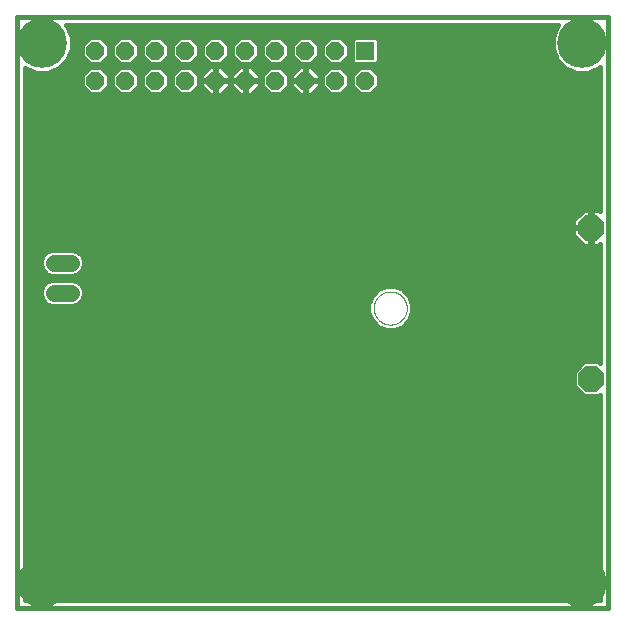
<source format=gbl>
G75*
%MOIN*%
%OFA0B0*%
%FSLAX25Y25*%
%IPPOS*%
%LPD*%
%AMOC8*
5,1,8,0,0,1.08239X$1,22.5*
%
%ADD10C,0.01600*%
%ADD11C,0.00000*%
%ADD12OC8,0.08500*%
%ADD13R,0.06000X0.06000*%
%ADD14OC8,0.06000*%
%ADD15C,0.05600*%
%ADD16C,0.16598*%
D10*
X0002849Y0001800D02*
X0199700Y0001800D01*
X0199700Y0198650D01*
X0002849Y0198650D01*
X0002849Y0001800D01*
X0005449Y0004400D02*
X0005449Y0181783D01*
X0005558Y0181674D01*
X0009197Y0180166D01*
X0013135Y0180166D01*
X0016773Y0181674D01*
X0019558Y0184458D01*
X0021065Y0188097D01*
X0021065Y0192035D01*
X0019558Y0195673D01*
X0019181Y0196050D01*
X0183151Y0196050D01*
X0182774Y0195673D01*
X0181267Y0192035D01*
X0181267Y0188097D01*
X0182774Y0184458D01*
X0185558Y0181674D01*
X0189197Y0180166D01*
X0193135Y0180166D01*
X0196773Y0181674D01*
X0197100Y0182000D01*
X0197100Y0134019D01*
X0196615Y0134504D01*
X0194309Y0134504D01*
X0194309Y0128654D01*
X0193909Y0128654D01*
X0193909Y0134504D01*
X0191603Y0134504D01*
X0188059Y0130960D01*
X0188059Y0128654D01*
X0193909Y0128654D01*
X0193909Y0128254D01*
X0188059Y0128254D01*
X0188059Y0125948D01*
X0191603Y0122404D01*
X0193909Y0122404D01*
X0193909Y0128253D01*
X0194309Y0128253D01*
X0194309Y0122404D01*
X0196615Y0122404D01*
X0197100Y0122888D01*
X0197100Y0083342D01*
X0196532Y0083910D01*
X0191686Y0083910D01*
X0188259Y0080483D01*
X0188259Y0075637D01*
X0191686Y0072210D01*
X0196532Y0072210D01*
X0197100Y0072777D01*
X0197100Y0004400D01*
X0005449Y0004400D01*
X0005449Y0004997D02*
X0197100Y0004997D01*
X0197100Y0006596D02*
X0005449Y0006596D01*
X0005449Y0008194D02*
X0197100Y0008194D01*
X0197100Y0009793D02*
X0005449Y0009793D01*
X0005449Y0011391D02*
X0197100Y0011391D01*
X0197100Y0012990D02*
X0005449Y0012990D01*
X0005449Y0014588D02*
X0197100Y0014588D01*
X0197100Y0016187D02*
X0005449Y0016187D01*
X0005449Y0017785D02*
X0197100Y0017785D01*
X0197100Y0019384D02*
X0005449Y0019384D01*
X0005449Y0020982D02*
X0197100Y0020982D01*
X0197100Y0022581D02*
X0005449Y0022581D01*
X0005449Y0024179D02*
X0197100Y0024179D01*
X0197100Y0025778D02*
X0005449Y0025778D01*
X0005449Y0027376D02*
X0197100Y0027376D01*
X0197100Y0028975D02*
X0005449Y0028975D01*
X0005449Y0030573D02*
X0197100Y0030573D01*
X0197100Y0032172D02*
X0005449Y0032172D01*
X0005449Y0033770D02*
X0197100Y0033770D01*
X0197100Y0035369D02*
X0005449Y0035369D01*
X0005449Y0036967D02*
X0197100Y0036967D01*
X0197100Y0038566D02*
X0005449Y0038566D01*
X0005449Y0040164D02*
X0197100Y0040164D01*
X0197100Y0041763D02*
X0005449Y0041763D01*
X0005449Y0043361D02*
X0197100Y0043361D01*
X0197100Y0044960D02*
X0005449Y0044960D01*
X0005449Y0046558D02*
X0197100Y0046558D01*
X0197100Y0048157D02*
X0005449Y0048157D01*
X0005449Y0049755D02*
X0197100Y0049755D01*
X0197100Y0051354D02*
X0005449Y0051354D01*
X0005449Y0052952D02*
X0197100Y0052952D01*
X0197100Y0054551D02*
X0005449Y0054551D01*
X0005449Y0056149D02*
X0197100Y0056149D01*
X0197100Y0057748D02*
X0005449Y0057748D01*
X0005449Y0059346D02*
X0197100Y0059346D01*
X0197100Y0060945D02*
X0005449Y0060945D01*
X0005449Y0062543D02*
X0197100Y0062543D01*
X0197100Y0064142D02*
X0005449Y0064142D01*
X0005449Y0065740D02*
X0197100Y0065740D01*
X0197100Y0067339D02*
X0005449Y0067339D01*
X0005449Y0068937D02*
X0197100Y0068937D01*
X0197100Y0070536D02*
X0005449Y0070536D01*
X0005449Y0072134D02*
X0197100Y0072134D01*
X0190163Y0073733D02*
X0005449Y0073733D01*
X0005449Y0075332D02*
X0188565Y0075332D01*
X0188259Y0076930D02*
X0005449Y0076930D01*
X0005449Y0078529D02*
X0188259Y0078529D01*
X0188259Y0080127D02*
X0005449Y0080127D01*
X0005449Y0081726D02*
X0189502Y0081726D01*
X0191100Y0083324D02*
X0005449Y0083324D01*
X0005449Y0084923D02*
X0197100Y0084923D01*
X0197100Y0086521D02*
X0005449Y0086521D01*
X0005449Y0088120D02*
X0197100Y0088120D01*
X0197100Y0089718D02*
X0005449Y0089718D01*
X0005449Y0091317D02*
X0197100Y0091317D01*
X0197100Y0092915D02*
X0005449Y0092915D01*
X0005449Y0094514D02*
X0125379Y0094514D01*
X0125726Y0094370D02*
X0128635Y0094370D01*
X0131322Y0095483D01*
X0133379Y0097540D01*
X0134492Y0100227D01*
X0134492Y0103136D01*
X0133379Y0105824D01*
X0131322Y0107881D01*
X0128635Y0108994D01*
X0125726Y0108994D01*
X0123038Y0107881D01*
X0120982Y0105824D01*
X0119868Y0103136D01*
X0119868Y0100227D01*
X0120982Y0097540D01*
X0123038Y0095483D01*
X0125726Y0094370D01*
X0128981Y0094514D02*
X0197100Y0094514D01*
X0197100Y0096112D02*
X0131951Y0096112D01*
X0133450Y0097711D02*
X0197100Y0097711D01*
X0197100Y0099309D02*
X0134112Y0099309D01*
X0134492Y0100908D02*
X0197100Y0100908D01*
X0197100Y0102506D02*
X0134492Y0102506D01*
X0134091Y0104105D02*
X0197100Y0104105D01*
X0197100Y0105703D02*
X0133429Y0105703D01*
X0131901Y0107302D02*
X0197100Y0107302D01*
X0197100Y0108900D02*
X0128860Y0108900D01*
X0125500Y0108900D02*
X0024542Y0108900D01*
X0024380Y0109292D02*
X0023142Y0110530D01*
X0021525Y0111200D01*
X0014174Y0111200D01*
X0012557Y0110530D01*
X0011319Y0109292D01*
X0010649Y0107675D01*
X0010649Y0105925D01*
X0011319Y0104308D01*
X0012557Y0103070D01*
X0014174Y0102400D01*
X0021525Y0102400D01*
X0023142Y0103070D01*
X0024380Y0104308D01*
X0025049Y0105925D01*
X0025049Y0107675D01*
X0024380Y0109292D01*
X0023173Y0110499D02*
X0197100Y0110499D01*
X0197100Y0112097D02*
X0005449Y0112097D01*
X0005449Y0110499D02*
X0012526Y0110499D01*
X0011157Y0108900D02*
X0005449Y0108900D01*
X0005449Y0107302D02*
X0010649Y0107302D01*
X0010741Y0105703D02*
X0005449Y0105703D01*
X0005449Y0104105D02*
X0011522Y0104105D01*
X0013918Y0102506D02*
X0005449Y0102506D01*
X0005449Y0100908D02*
X0119868Y0100908D01*
X0119868Y0102506D02*
X0021781Y0102506D01*
X0024177Y0104105D02*
X0120270Y0104105D01*
X0120932Y0105703D02*
X0024958Y0105703D01*
X0025049Y0107302D02*
X0122460Y0107302D01*
X0120249Y0099309D02*
X0005449Y0099309D01*
X0005449Y0097711D02*
X0120911Y0097711D01*
X0122409Y0096112D02*
X0005449Y0096112D01*
X0005449Y0113696D02*
X0011931Y0113696D01*
X0011319Y0114308D02*
X0012557Y0113070D01*
X0014174Y0112400D01*
X0021525Y0112400D01*
X0023142Y0113070D01*
X0024380Y0114308D01*
X0025049Y0115925D01*
X0025049Y0117675D01*
X0024380Y0119292D01*
X0023142Y0120530D01*
X0021525Y0121200D01*
X0014174Y0121200D01*
X0012557Y0120530D01*
X0011319Y0119292D01*
X0010649Y0117675D01*
X0010649Y0115925D01*
X0011319Y0114308D01*
X0010911Y0115294D02*
X0005449Y0115294D01*
X0005449Y0116893D02*
X0010649Y0116893D01*
X0010988Y0118491D02*
X0005449Y0118491D01*
X0005449Y0120090D02*
X0012117Y0120090D01*
X0005449Y0121688D02*
X0197100Y0121688D01*
X0197100Y0120090D02*
X0023582Y0120090D01*
X0024711Y0118491D02*
X0197100Y0118491D01*
X0197100Y0116893D02*
X0025049Y0116893D01*
X0024788Y0115294D02*
X0197100Y0115294D01*
X0197100Y0113696D02*
X0023768Y0113696D01*
X0005449Y0123287D02*
X0190720Y0123287D01*
X0189122Y0124885D02*
X0005449Y0124885D01*
X0005449Y0126484D02*
X0188059Y0126484D01*
X0188059Y0128082D02*
X0005449Y0128082D01*
X0005449Y0129681D02*
X0188059Y0129681D01*
X0188379Y0131279D02*
X0005449Y0131279D01*
X0005449Y0132878D02*
X0189978Y0132878D01*
X0191576Y0134476D02*
X0005449Y0134476D01*
X0005449Y0136075D02*
X0197100Y0136075D01*
X0197100Y0137673D02*
X0005449Y0137673D01*
X0005449Y0139272D02*
X0197100Y0139272D01*
X0197100Y0140870D02*
X0005449Y0140870D01*
X0005449Y0142469D02*
X0197100Y0142469D01*
X0197100Y0144068D02*
X0005449Y0144068D01*
X0005449Y0145666D02*
X0197100Y0145666D01*
X0197100Y0147265D02*
X0005449Y0147265D01*
X0005449Y0148863D02*
X0197100Y0148863D01*
X0197100Y0150462D02*
X0005449Y0150462D01*
X0005449Y0152060D02*
X0197100Y0152060D01*
X0197100Y0153659D02*
X0005449Y0153659D01*
X0005449Y0155257D02*
X0197100Y0155257D01*
X0197100Y0156856D02*
X0005449Y0156856D01*
X0005449Y0158454D02*
X0197100Y0158454D01*
X0197100Y0160053D02*
X0005449Y0160053D01*
X0005449Y0161651D02*
X0197100Y0161651D01*
X0197100Y0163250D02*
X0005449Y0163250D01*
X0005449Y0164848D02*
X0197100Y0164848D01*
X0197100Y0166447D02*
X0005449Y0166447D01*
X0005449Y0168045D02*
X0197100Y0168045D01*
X0197100Y0169644D02*
X0005449Y0169644D01*
X0005449Y0171242D02*
X0197100Y0171242D01*
X0197100Y0172841D02*
X0101013Y0172841D01*
X0100901Y0172728D02*
X0103712Y0175540D01*
X0103712Y0177328D01*
X0099113Y0177328D01*
X0099113Y0177728D01*
X0103712Y0177728D01*
X0103712Y0179517D01*
X0100901Y0182328D01*
X0099112Y0182328D01*
X0099112Y0177728D01*
X0098712Y0177728D01*
X0098712Y0177328D01*
X0094112Y0177328D01*
X0094112Y0175540D01*
X0096924Y0172728D01*
X0098712Y0172728D01*
X0098712Y0177328D01*
X0099112Y0177328D01*
X0099112Y0172728D01*
X0100901Y0172728D01*
X0099112Y0172841D02*
X0098712Y0172841D01*
X0098712Y0174439D02*
X0099112Y0174439D01*
X0099112Y0176038D02*
X0098712Y0176038D01*
X0098712Y0177636D02*
X0093512Y0177636D01*
X0094112Y0177728D02*
X0098712Y0177728D01*
X0098712Y0182328D01*
X0096924Y0182328D01*
X0094112Y0179517D01*
X0094112Y0177728D01*
X0094112Y0179235D02*
X0093512Y0179235D01*
X0093512Y0179434D02*
X0090818Y0182128D01*
X0087007Y0182128D01*
X0084312Y0179434D01*
X0084312Y0175623D01*
X0087007Y0172928D01*
X0090818Y0172928D01*
X0093512Y0175623D01*
X0093512Y0179434D01*
X0092113Y0180833D02*
X0095429Y0180833D01*
X0097007Y0182928D02*
X0100818Y0182928D01*
X0103512Y0185623D01*
X0103512Y0189434D01*
X0100818Y0192128D01*
X0097007Y0192128D01*
X0094312Y0189434D01*
X0094312Y0185623D01*
X0097007Y0182928D01*
X0095905Y0184030D02*
X0091920Y0184030D01*
X0090818Y0182928D02*
X0093512Y0185623D01*
X0093512Y0189434D01*
X0090818Y0192128D01*
X0087007Y0192128D01*
X0084312Y0189434D01*
X0084312Y0185623D01*
X0087007Y0182928D01*
X0090818Y0182928D01*
X0093512Y0185629D02*
X0094312Y0185629D01*
X0094312Y0187227D02*
X0093512Y0187227D01*
X0093512Y0188826D02*
X0094312Y0188826D01*
X0095303Y0190424D02*
X0092522Y0190424D01*
X0090923Y0192023D02*
X0096902Y0192023D01*
X0100923Y0192023D02*
X0106902Y0192023D01*
X0107007Y0192128D02*
X0104312Y0189434D01*
X0104312Y0185623D01*
X0107007Y0182928D01*
X0110818Y0182928D01*
X0113512Y0185623D01*
X0113512Y0189434D01*
X0110818Y0192128D01*
X0107007Y0192128D01*
X0105303Y0190424D02*
X0102522Y0190424D01*
X0103512Y0188826D02*
X0104312Y0188826D01*
X0104312Y0187227D02*
X0103512Y0187227D01*
X0103512Y0185629D02*
X0104312Y0185629D01*
X0105905Y0184030D02*
X0101920Y0184030D01*
X0102396Y0180833D02*
X0105712Y0180833D01*
X0107007Y0182128D02*
X0104312Y0179434D01*
X0104312Y0175623D01*
X0107007Y0172928D01*
X0110818Y0172928D01*
X0113512Y0175623D01*
X0113512Y0179434D01*
X0110818Y0182128D01*
X0107007Y0182128D01*
X0104312Y0179235D02*
X0103712Y0179235D01*
X0104312Y0177636D02*
X0099113Y0177636D01*
X0099112Y0179235D02*
X0098712Y0179235D01*
X0098712Y0180833D02*
X0099112Y0180833D01*
X0103712Y0176038D02*
X0104312Y0176038D01*
X0105496Y0174439D02*
X0102612Y0174439D01*
X0096812Y0172841D02*
X0081013Y0172841D01*
X0080901Y0172728D02*
X0083712Y0175540D01*
X0083712Y0177328D01*
X0079113Y0177328D01*
X0079113Y0177728D01*
X0083712Y0177728D01*
X0083712Y0179517D01*
X0080901Y0182328D01*
X0079112Y0182328D01*
X0079112Y0177728D01*
X0078712Y0177728D01*
X0078712Y0177328D01*
X0074112Y0177328D01*
X0074112Y0175540D01*
X0076924Y0172728D01*
X0078712Y0172728D01*
X0078712Y0177328D01*
X0079112Y0177328D01*
X0079112Y0172728D01*
X0080901Y0172728D01*
X0079112Y0172841D02*
X0078712Y0172841D01*
X0078712Y0174439D02*
X0079112Y0174439D01*
X0079112Y0176038D02*
X0078712Y0176038D01*
X0078712Y0177636D02*
X0069113Y0177636D01*
X0069113Y0177728D02*
X0073712Y0177728D01*
X0073712Y0179517D01*
X0070901Y0182328D01*
X0069112Y0182328D01*
X0069112Y0177728D01*
X0068712Y0177728D01*
X0068712Y0177328D01*
X0064112Y0177328D01*
X0064112Y0175540D01*
X0066924Y0172728D01*
X0068712Y0172728D01*
X0068712Y0177328D01*
X0069112Y0177328D01*
X0069112Y0172728D01*
X0070901Y0172728D01*
X0073712Y0175540D01*
X0073712Y0177328D01*
X0069113Y0177328D01*
X0069113Y0177728D01*
X0068712Y0177728D02*
X0068712Y0182328D01*
X0066924Y0182328D01*
X0064112Y0179517D01*
X0064112Y0177728D01*
X0068712Y0177728D01*
X0068712Y0177636D02*
X0063512Y0177636D01*
X0063512Y0176038D02*
X0064112Y0176038D01*
X0063512Y0175623D02*
X0060818Y0172928D01*
X0057007Y0172928D01*
X0054312Y0175623D01*
X0054312Y0179434D01*
X0057007Y0182128D01*
X0060818Y0182128D01*
X0063512Y0179434D01*
X0063512Y0175623D01*
X0062329Y0174439D02*
X0065213Y0174439D01*
X0066812Y0172841D02*
X0005449Y0172841D01*
X0005449Y0174439D02*
X0025496Y0174439D01*
X0024312Y0175623D02*
X0027007Y0172928D01*
X0030818Y0172928D01*
X0033512Y0175623D01*
X0033512Y0179434D01*
X0030818Y0182128D01*
X0027007Y0182128D01*
X0024312Y0179434D01*
X0024312Y0175623D01*
X0024312Y0176038D02*
X0005449Y0176038D01*
X0005449Y0177636D02*
X0024312Y0177636D01*
X0024312Y0179235D02*
X0005449Y0179235D01*
X0005449Y0180833D02*
X0007587Y0180833D01*
X0014745Y0180833D02*
X0025712Y0180833D01*
X0027007Y0182928D02*
X0030818Y0182928D01*
X0033512Y0185623D01*
X0033512Y0189434D01*
X0030818Y0192128D01*
X0027007Y0192128D01*
X0024312Y0189434D01*
X0024312Y0185623D01*
X0027007Y0182928D01*
X0025905Y0184030D02*
X0019130Y0184030D01*
X0020043Y0185629D02*
X0024312Y0185629D01*
X0024312Y0187227D02*
X0020705Y0187227D01*
X0021065Y0188826D02*
X0024312Y0188826D01*
X0025303Y0190424D02*
X0021065Y0190424D01*
X0021065Y0192023D02*
X0026902Y0192023D01*
X0030923Y0192023D02*
X0036902Y0192023D01*
X0037007Y0192128D02*
X0034312Y0189434D01*
X0034312Y0185623D01*
X0037007Y0182928D01*
X0040818Y0182928D01*
X0043512Y0185623D01*
X0043512Y0189434D01*
X0040818Y0192128D01*
X0037007Y0192128D01*
X0035303Y0190424D02*
X0032522Y0190424D01*
X0033512Y0188826D02*
X0034312Y0188826D01*
X0034312Y0187227D02*
X0033512Y0187227D01*
X0033512Y0185629D02*
X0034312Y0185629D01*
X0035905Y0184030D02*
X0031920Y0184030D01*
X0032113Y0180833D02*
X0035712Y0180833D01*
X0037007Y0182128D02*
X0034312Y0179434D01*
X0034312Y0175623D01*
X0037007Y0172928D01*
X0040818Y0172928D01*
X0043512Y0175623D01*
X0043512Y0179434D01*
X0040818Y0182128D01*
X0037007Y0182128D01*
X0034312Y0179235D02*
X0033512Y0179235D01*
X0033512Y0177636D02*
X0034312Y0177636D01*
X0034312Y0176038D02*
X0033512Y0176038D01*
X0032329Y0174439D02*
X0035496Y0174439D01*
X0042113Y0180833D02*
X0045712Y0180833D01*
X0047007Y0182128D02*
X0044312Y0179434D01*
X0044312Y0175623D01*
X0047007Y0172928D01*
X0050818Y0172928D01*
X0053512Y0175623D01*
X0053512Y0179434D01*
X0050818Y0182128D01*
X0047007Y0182128D01*
X0047007Y0182928D02*
X0050818Y0182928D01*
X0053512Y0185623D01*
X0053512Y0189434D01*
X0050818Y0192128D01*
X0047007Y0192128D01*
X0044312Y0189434D01*
X0044312Y0185623D01*
X0047007Y0182928D01*
X0045905Y0184030D02*
X0041920Y0184030D01*
X0043512Y0185629D02*
X0044312Y0185629D01*
X0044312Y0187227D02*
X0043512Y0187227D01*
X0043512Y0188826D02*
X0044312Y0188826D01*
X0045303Y0190424D02*
X0042522Y0190424D01*
X0040923Y0192023D02*
X0046902Y0192023D01*
X0050923Y0192023D02*
X0056902Y0192023D01*
X0057007Y0192128D02*
X0054312Y0189434D01*
X0054312Y0185623D01*
X0057007Y0182928D01*
X0060818Y0182928D01*
X0063512Y0185623D01*
X0063512Y0189434D01*
X0060818Y0192128D01*
X0057007Y0192128D01*
X0055303Y0190424D02*
X0052522Y0190424D01*
X0053512Y0188826D02*
X0054312Y0188826D01*
X0054312Y0187227D02*
X0053512Y0187227D01*
X0053512Y0185629D02*
X0054312Y0185629D01*
X0055905Y0184030D02*
X0051920Y0184030D01*
X0052113Y0180833D02*
X0055712Y0180833D01*
X0054312Y0179235D02*
X0053512Y0179235D01*
X0053512Y0177636D02*
X0054312Y0177636D01*
X0054312Y0176038D02*
X0053512Y0176038D01*
X0052329Y0174439D02*
X0055496Y0174439D01*
X0062113Y0180833D02*
X0065429Y0180833D01*
X0064112Y0179235D02*
X0063512Y0179235D01*
X0061920Y0184030D02*
X0065905Y0184030D01*
X0067007Y0182928D02*
X0064312Y0185623D01*
X0064312Y0189434D01*
X0067007Y0192128D01*
X0070818Y0192128D01*
X0073512Y0189434D01*
X0073512Y0185623D01*
X0070818Y0182928D01*
X0067007Y0182928D01*
X0068712Y0180833D02*
X0069112Y0180833D01*
X0069112Y0179235D02*
X0068712Y0179235D01*
X0072396Y0180833D02*
X0075429Y0180833D01*
X0074112Y0179517D02*
X0074112Y0177728D01*
X0078712Y0177728D01*
X0078712Y0182328D01*
X0076924Y0182328D01*
X0074112Y0179517D01*
X0074112Y0179235D02*
X0073712Y0179235D01*
X0073712Y0176038D02*
X0074112Y0176038D01*
X0075213Y0174439D02*
X0072612Y0174439D01*
X0071013Y0172841D02*
X0076812Y0172841D01*
X0079113Y0177636D02*
X0084312Y0177636D01*
X0084312Y0176038D02*
X0083712Y0176038D01*
X0082612Y0174439D02*
X0085496Y0174439D01*
X0084312Y0179235D02*
X0083712Y0179235D01*
X0082396Y0180833D02*
X0085712Y0180833D01*
X0085905Y0184030D02*
X0081920Y0184030D01*
X0080818Y0182928D02*
X0083512Y0185623D01*
X0083512Y0189434D01*
X0080818Y0192128D01*
X0077007Y0192128D01*
X0074312Y0189434D01*
X0074312Y0185623D01*
X0077007Y0182928D01*
X0080818Y0182928D01*
X0079112Y0180833D02*
X0078712Y0180833D01*
X0078712Y0179235D02*
X0079112Y0179235D01*
X0075905Y0184030D02*
X0071920Y0184030D01*
X0073512Y0185629D02*
X0074312Y0185629D01*
X0074312Y0187227D02*
X0073512Y0187227D01*
X0073512Y0188826D02*
X0074312Y0188826D01*
X0075303Y0190424D02*
X0072522Y0190424D01*
X0070923Y0192023D02*
X0076902Y0192023D01*
X0080923Y0192023D02*
X0086902Y0192023D01*
X0085303Y0190424D02*
X0082522Y0190424D01*
X0083512Y0188826D02*
X0084312Y0188826D01*
X0084312Y0187227D02*
X0083512Y0187227D01*
X0083512Y0185629D02*
X0084312Y0185629D01*
X0093512Y0176038D02*
X0094112Y0176038D01*
X0095213Y0174439D02*
X0092329Y0174439D01*
X0112329Y0174439D02*
X0115496Y0174439D01*
X0114312Y0175623D02*
X0117007Y0172928D01*
X0120818Y0172928D01*
X0123512Y0175623D01*
X0123512Y0179434D01*
X0120818Y0182128D01*
X0117007Y0182128D01*
X0114312Y0179434D01*
X0114312Y0175623D01*
X0114312Y0176038D02*
X0113512Y0176038D01*
X0113512Y0177636D02*
X0114312Y0177636D01*
X0114312Y0179235D02*
X0113512Y0179235D01*
X0112113Y0180833D02*
X0115712Y0180833D01*
X0115250Y0182928D02*
X0114312Y0183866D01*
X0114312Y0191191D01*
X0115250Y0192128D01*
X0122575Y0192128D01*
X0123512Y0191191D01*
X0123512Y0183866D01*
X0122575Y0182928D01*
X0115250Y0182928D01*
X0114312Y0184030D02*
X0111920Y0184030D01*
X0113512Y0185629D02*
X0114312Y0185629D01*
X0114312Y0187227D02*
X0113512Y0187227D01*
X0113512Y0188826D02*
X0114312Y0188826D01*
X0114312Y0190424D02*
X0112522Y0190424D01*
X0110923Y0192023D02*
X0115144Y0192023D01*
X0122681Y0192023D02*
X0181267Y0192023D01*
X0181267Y0190424D02*
X0123512Y0190424D01*
X0123512Y0188826D02*
X0181267Y0188826D01*
X0181627Y0187227D02*
X0123512Y0187227D01*
X0123512Y0185629D02*
X0182289Y0185629D01*
X0183202Y0184030D02*
X0123512Y0184030D01*
X0122113Y0180833D02*
X0187587Y0180833D01*
X0184800Y0182432D02*
X0017532Y0182432D01*
X0020408Y0193621D02*
X0181924Y0193621D01*
X0182586Y0195220D02*
X0019746Y0195220D01*
X0043512Y0179235D02*
X0044312Y0179235D01*
X0044312Y0177636D02*
X0043512Y0177636D01*
X0043512Y0176038D02*
X0044312Y0176038D01*
X0045496Y0174439D02*
X0042329Y0174439D01*
X0060923Y0192023D02*
X0066902Y0192023D01*
X0065303Y0190424D02*
X0062522Y0190424D01*
X0063512Y0188826D02*
X0064312Y0188826D01*
X0064312Y0187227D02*
X0063512Y0187227D01*
X0063512Y0185629D02*
X0064312Y0185629D01*
X0068712Y0176038D02*
X0069112Y0176038D01*
X0069112Y0174439D02*
X0068712Y0174439D01*
X0068712Y0172841D02*
X0069112Y0172841D01*
X0122329Y0174439D02*
X0197100Y0174439D01*
X0197100Y0176038D02*
X0123512Y0176038D01*
X0123512Y0177636D02*
X0197100Y0177636D01*
X0197100Y0179235D02*
X0123512Y0179235D01*
X0194745Y0180833D02*
X0197100Y0180833D01*
X0197100Y0134476D02*
X0196642Y0134476D01*
X0194309Y0134476D02*
X0193909Y0134476D01*
X0193909Y0132878D02*
X0194309Y0132878D01*
X0194309Y0131279D02*
X0193909Y0131279D01*
X0193909Y0129681D02*
X0194309Y0129681D01*
X0194309Y0128082D02*
X0193909Y0128082D01*
X0193909Y0126484D02*
X0194309Y0126484D01*
X0194309Y0124885D02*
X0193909Y0124885D01*
X0193909Y0123287D02*
X0194309Y0123287D01*
D11*
X0121668Y0101682D02*
X0121670Y0101830D01*
X0121676Y0101978D01*
X0121686Y0102126D01*
X0121700Y0102273D01*
X0121718Y0102420D01*
X0121739Y0102566D01*
X0121765Y0102712D01*
X0121795Y0102857D01*
X0121828Y0103001D01*
X0121866Y0103144D01*
X0121907Y0103286D01*
X0121952Y0103427D01*
X0122000Y0103567D01*
X0122053Y0103706D01*
X0122109Y0103843D01*
X0122169Y0103978D01*
X0122232Y0104112D01*
X0122299Y0104244D01*
X0122370Y0104374D01*
X0122444Y0104502D01*
X0122521Y0104628D01*
X0122602Y0104752D01*
X0122686Y0104874D01*
X0122773Y0104993D01*
X0122864Y0105110D01*
X0122958Y0105225D01*
X0123054Y0105337D01*
X0123154Y0105447D01*
X0123256Y0105553D01*
X0123362Y0105657D01*
X0123470Y0105758D01*
X0123581Y0105856D01*
X0123694Y0105952D01*
X0123810Y0106044D01*
X0123928Y0106133D01*
X0124049Y0106218D01*
X0124172Y0106301D01*
X0124297Y0106380D01*
X0124424Y0106456D01*
X0124553Y0106528D01*
X0124684Y0106597D01*
X0124817Y0106662D01*
X0124952Y0106723D01*
X0125088Y0106781D01*
X0125225Y0106836D01*
X0125364Y0106886D01*
X0125505Y0106933D01*
X0125646Y0106976D01*
X0125789Y0107016D01*
X0125933Y0107051D01*
X0126077Y0107083D01*
X0126223Y0107110D01*
X0126369Y0107134D01*
X0126516Y0107154D01*
X0126663Y0107170D01*
X0126810Y0107182D01*
X0126958Y0107190D01*
X0127106Y0107194D01*
X0127254Y0107194D01*
X0127402Y0107190D01*
X0127550Y0107182D01*
X0127697Y0107170D01*
X0127844Y0107154D01*
X0127991Y0107134D01*
X0128137Y0107110D01*
X0128283Y0107083D01*
X0128427Y0107051D01*
X0128571Y0107016D01*
X0128714Y0106976D01*
X0128855Y0106933D01*
X0128996Y0106886D01*
X0129135Y0106836D01*
X0129272Y0106781D01*
X0129408Y0106723D01*
X0129543Y0106662D01*
X0129676Y0106597D01*
X0129807Y0106528D01*
X0129936Y0106456D01*
X0130063Y0106380D01*
X0130188Y0106301D01*
X0130311Y0106218D01*
X0130432Y0106133D01*
X0130550Y0106044D01*
X0130666Y0105952D01*
X0130779Y0105856D01*
X0130890Y0105758D01*
X0130998Y0105657D01*
X0131104Y0105553D01*
X0131206Y0105447D01*
X0131306Y0105337D01*
X0131402Y0105225D01*
X0131496Y0105110D01*
X0131587Y0104993D01*
X0131674Y0104874D01*
X0131758Y0104752D01*
X0131839Y0104628D01*
X0131916Y0104502D01*
X0131990Y0104374D01*
X0132061Y0104244D01*
X0132128Y0104112D01*
X0132191Y0103978D01*
X0132251Y0103843D01*
X0132307Y0103706D01*
X0132360Y0103567D01*
X0132408Y0103427D01*
X0132453Y0103286D01*
X0132494Y0103144D01*
X0132532Y0103001D01*
X0132565Y0102857D01*
X0132595Y0102712D01*
X0132621Y0102566D01*
X0132642Y0102420D01*
X0132660Y0102273D01*
X0132674Y0102126D01*
X0132684Y0101978D01*
X0132690Y0101830D01*
X0132692Y0101682D01*
X0132690Y0101534D01*
X0132684Y0101386D01*
X0132674Y0101238D01*
X0132660Y0101091D01*
X0132642Y0100944D01*
X0132621Y0100798D01*
X0132595Y0100652D01*
X0132565Y0100507D01*
X0132532Y0100363D01*
X0132494Y0100220D01*
X0132453Y0100078D01*
X0132408Y0099937D01*
X0132360Y0099797D01*
X0132307Y0099658D01*
X0132251Y0099521D01*
X0132191Y0099386D01*
X0132128Y0099252D01*
X0132061Y0099120D01*
X0131990Y0098990D01*
X0131916Y0098862D01*
X0131839Y0098736D01*
X0131758Y0098612D01*
X0131674Y0098490D01*
X0131587Y0098371D01*
X0131496Y0098254D01*
X0131402Y0098139D01*
X0131306Y0098027D01*
X0131206Y0097917D01*
X0131104Y0097811D01*
X0130998Y0097707D01*
X0130890Y0097606D01*
X0130779Y0097508D01*
X0130666Y0097412D01*
X0130550Y0097320D01*
X0130432Y0097231D01*
X0130311Y0097146D01*
X0130188Y0097063D01*
X0130063Y0096984D01*
X0129936Y0096908D01*
X0129807Y0096836D01*
X0129676Y0096767D01*
X0129543Y0096702D01*
X0129408Y0096641D01*
X0129272Y0096583D01*
X0129135Y0096528D01*
X0128996Y0096478D01*
X0128855Y0096431D01*
X0128714Y0096388D01*
X0128571Y0096348D01*
X0128427Y0096313D01*
X0128283Y0096281D01*
X0128137Y0096254D01*
X0127991Y0096230D01*
X0127844Y0096210D01*
X0127697Y0096194D01*
X0127550Y0096182D01*
X0127402Y0096174D01*
X0127254Y0096170D01*
X0127106Y0096170D01*
X0126958Y0096174D01*
X0126810Y0096182D01*
X0126663Y0096194D01*
X0126516Y0096210D01*
X0126369Y0096230D01*
X0126223Y0096254D01*
X0126077Y0096281D01*
X0125933Y0096313D01*
X0125789Y0096348D01*
X0125646Y0096388D01*
X0125505Y0096431D01*
X0125364Y0096478D01*
X0125225Y0096528D01*
X0125088Y0096583D01*
X0124952Y0096641D01*
X0124817Y0096702D01*
X0124684Y0096767D01*
X0124553Y0096836D01*
X0124424Y0096908D01*
X0124297Y0096984D01*
X0124172Y0097063D01*
X0124049Y0097146D01*
X0123928Y0097231D01*
X0123810Y0097320D01*
X0123694Y0097412D01*
X0123581Y0097508D01*
X0123470Y0097606D01*
X0123362Y0097707D01*
X0123256Y0097811D01*
X0123154Y0097917D01*
X0123054Y0098027D01*
X0122958Y0098139D01*
X0122864Y0098254D01*
X0122773Y0098371D01*
X0122686Y0098490D01*
X0122602Y0098612D01*
X0122521Y0098736D01*
X0122444Y0098862D01*
X0122370Y0098990D01*
X0122299Y0099120D01*
X0122232Y0099252D01*
X0122169Y0099386D01*
X0122109Y0099521D01*
X0122053Y0099658D01*
X0122000Y0099797D01*
X0121952Y0099937D01*
X0121907Y0100078D01*
X0121866Y0100220D01*
X0121828Y0100363D01*
X0121795Y0100507D01*
X0121765Y0100652D01*
X0121739Y0100798D01*
X0121718Y0100944D01*
X0121700Y0101091D01*
X0121686Y0101238D01*
X0121676Y0101386D01*
X0121670Y0101534D01*
X0121668Y0101682D01*
D12*
X0194109Y0078060D03*
X0194109Y0128454D03*
D13*
X0118912Y0187528D03*
D14*
X0108912Y0187528D03*
X0098912Y0187528D03*
X0088912Y0187528D03*
X0078912Y0187528D03*
X0068912Y0187528D03*
X0058912Y0187528D03*
X0048912Y0187528D03*
X0038912Y0187528D03*
X0028912Y0187528D03*
X0028912Y0177528D03*
X0038912Y0177528D03*
X0048912Y0177528D03*
X0058912Y0177528D03*
X0068912Y0177528D03*
X0078912Y0177528D03*
X0088912Y0177528D03*
X0098912Y0177528D03*
X0108912Y0177528D03*
X0118912Y0177528D03*
D15*
X0020649Y0116800D02*
X0015049Y0116800D01*
X0015049Y0106800D02*
X0020649Y0106800D01*
D16*
X0011166Y0190066D03*
X0191166Y0190066D03*
X0191166Y0010066D03*
X0011166Y0010066D03*
M02*

</source>
